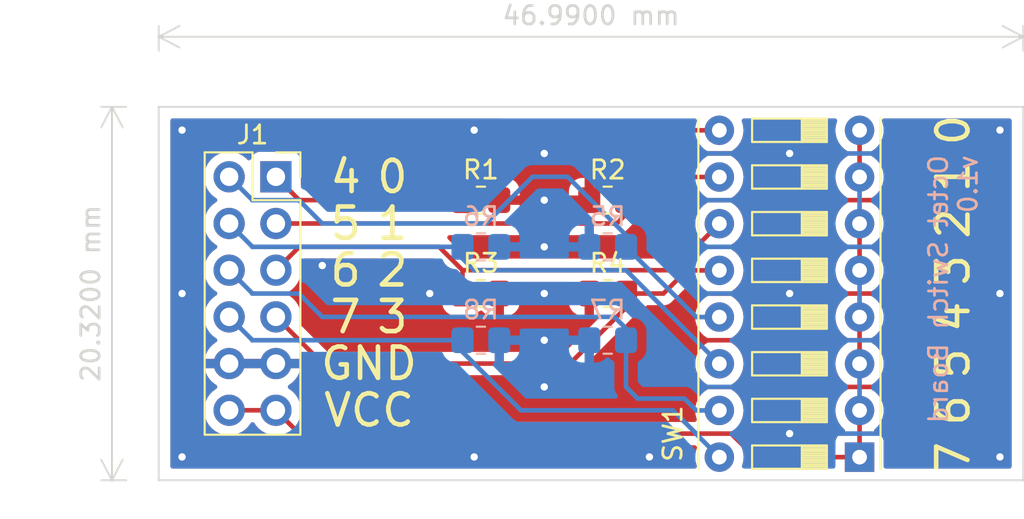
<source format=kicad_pcb>
(kicad_pcb (version 20211014) (generator pcbnew)
  (layers (0 "F.Cu" signal) (31 "B.Cu" signal) (34 "B.Paste" user) (35 "F.Paste" user) (36 "B.SilkS" user "B.Silkscreen") (37 "F.SilkS" user "F.Silkscreen") (38 "B.Mask" user) (39 "F.Mask" user) (44 "Edge.Cuts" user))
  (net 0 "")
  (net 1 "/s0")
  (net 2 "/s1")
  (net 3 "/s2")
  (net 4 "/s3")
  (net 5 "GND")
  (net 6 "VCC")
  (net 7 "/s4")
  (net 8 "/s5")
  (net 9 "/s6")
  (net 10 "/s7")
  (footprint "PrjLibrary:SW_DIP_SPSTx08_Slide_9.78x22.5mm_W7.62mm_P2.54mm_short" (layer "F.Cu") (at 139.69 101.61 180)
    (fp_text reference "SW1" (at 10.15 1.28 90) (layer "F.SilkS"))
    (fp_text value "SW_DIP_x08")
    (fp_line (start 1.78 7.825) (end 3.133333 7.825) (layer "F.SilkS") (width 0.12))
    (fp_line (start 5.84 12.065) (end 1.78 12.065) (layer "F.SilkS") (width 0.12))
    (fp_line (start 1.78 3.105) (end 3.133333 3.105) (layer "F.SilkS") (width 0.12))
    (fp_line (start 1.78 15.565) (end 3.133333 15.565) (layer "F.SilkS") (width 0.12))
    (fp_line (start 1.78 2.265) (end 3.133333 2.265) (layer "F.SilkS") (width 0.12))
    (fp_line (start 1.78 12.305) (end 3.133333 12.305) (layer "F.SilkS") (width 0.12))
    (fp_line (start 1.78 5.165) (end 3.133333 5.165) (layer "F.SilkS") (width 0.12))
    (fp_line (start 1.78 15.325) (end 3.133333 15.325) (layer "F.SilkS") (width 0.12))
    (fp_line (start 1.78 4.685) (end 3.133333 4.685) (layer "F.SilkS") (width 0.12))
    (fp_line (start 1.78 10.245) (end 3.133333 10.245) (layer "F.SilkS") (width 0.12))
    (fp_line (start 1.78 9.525) (end 1.78 10.795) (layer "F.SilkS") (width 0.12))
    (fp_line (start 1.78 2.985) (end 3.133333 2.985) (layer "F.SilkS") (width 0.12))
    (fp_line (start 1.78 18.345) (end 3.133333 18.345) (layer "F.SilkS") (width 0.12))
    (fp_line (start 1.78 0.445) (end 3.133333 0.445) (layer "F.SilkS") (width 0.12))
    (fp_line (start 1.78 14.965) (end 3.133333 14.965) (layer "F.SilkS") (width 0.12))
    (fp_line (start 1.78 13.265) (end 3.133333 13.265) (layer "F.SilkS") (width 0.12))
    (fp_line (start 1.78 15.875) (end 5.84 15.875) (layer "F.SilkS") (width 0.12))
    (fp_line (start 1.78 14.725) (end 3.133333 14.725) (layer "F.SilkS") (width 0.12))
    (fp_line (start 1.78 15.445) (end 3.133333 15.445) (layer "F.SilkS") (width 0.12))
    (fp_line (start 1.78 5.525) (end 3.133333 5.525) (layer "F.SilkS") (width 0.12))
    (fp_line (start 1.78 0.635) (end 5.84 0.635) (layer "F.SilkS") (width 0.12))
    (fp_line (start 1.78 0.325) (end 3.133333 0.325) (layer "F.SilkS") (width 0.12))
    (fp_line (start 1.78 4.805) (end 3.133333 4.805) (layer "F.SilkS") (width 0.12))
    (fp_line (start 1.78 2.745) (end 3.133333 2.745) (layer "F.SilkS") (width 0.12))
    (fp_line (start -1.14 -0.635) (end -1.14 18.415) (layer "F.SilkS") (width 0.12))
    (fp_line (start 1.78 2.625) (end 3.133333 2.625) (layer "F.SilkS") (width 0.12))
    (fp_line (start 1.78 8.255) (end 5.84 8.255) (layer "F.SilkS") (width 0.12))
    (fp_line (start 1.78 17.625) (end 3.133333 17.625) (layer "F.SilkS") (width 0.12))
    (fp_line (start 1.78 10.365) (end 3.133333 10.365) (layer "F.SilkS") (width 0.12))
    (fp_line (start 1.78 -0.155) (end 3.133333 -0.155) (layer "F.SilkS") (width 0.12))
    (fp_line (start 1.78 2.505) (end 3.133333 2.505) (layer "F.SilkS") (width 0.12))
    (fp_line (start 1.78 2.385) (end 3.133333 2.385) (layer "F.SilkS") (width 0.12))
    (fp_line (start 3.133333 -0.635) (end 3.133333 0.635) (layer "F.SilkS") (width 0.12))
    (fp_line (start 1.78 1.905) (end 1.78 3.175) (layer "F.SilkS") (width 0.12))
    (fp_line (start 3.133333 4.445) (end 3.133333 5.715) (layer "F.SilkS") (width 0.12))
    (fp_line (start 5.84 3.175) (end 5.84 1.905) (layer "F.SilkS") (width 0.12))
    (fp_line (start 1.78 17.145) (end 1.78 18.415) (layer "F.SilkS") (width 0.12))
    (fp_line (start 3.133333 1.905) (end 3.133333 3.175) (layer "F.SilkS") (width 0.12))
    (fp_line (start 1.78 15.685) (end 3.133333 15.685) (layer "F.SilkS") (width 0.12))
    (fp_line (start 1.78 9.765) (end 3.133333 9.765) (layer "F.SilkS") (width 0.12))
    (fp_line (start 1.78 17.265) (end 3.133333 17.265) (layer "F.SilkS") (width 0.12))
    (fp_line (start 1.78 7.345) (end 3.133333 7.345) (layer "F.SilkS") (width 0.12))
    (fp_line (start 1.78 17.985) (end 3.133333 17.985) (layer "F.SilkS") (width 0.12))
    (fp_line (start 1.78 17.745) (end 3.133333 17.745) (layer "F.SilkS") (width 0.12))
    (fp_line (start 1.78 7.945) (end 3.133333 7.945) (layer "F.SilkS") (width 0.12))
    (fp_line (start 1.78 10.795) (end 5.84 10.795) (layer "F.SilkS") (width 0.12))
    (fp_line (start 8.76 -0.635) (end 8.76 18.415) (layer "F.SilkS") (width 0.12))
    (fp_line (start 1.78 10.605) (end 3.133333 10.605) (layer "F.SilkS") (width 0.12))
    (fp_line (start 1.78 2.145) (end 3.133333 2.145) (layer "F.SilkS") (width 0.12))
    (fp_line (start 1.78 15.805) (end 3.133333 15.805) (layer "F.SilkS") (width 0.12))
    (fp_line (start 1.78 -0.515) (end 3.133333 -0.515) (layer "F.SilkS") (width 0.12))
    (fp_line (start 1.78 12.545) (end 3.133333 12.545) (layer "F.SilkS") (width 0.12))
    (fp_line (start 5.84 14.605) (end 1.78 14.605) (layer "F.SilkS") (width 0.12))
    (fp_line (start 1.78 5.045) (end 3.133333 5.045) (layer "F.SilkS") (width 0.12))
    (fp_line (start 5.84 9.525) (end 1.78 9.525) (layer "F.SilkS") (width 0.12))
    (fp_line (start 1.78 10.125) (end 3.133333 10.125) (layer "F.SilkS") (width 0.12))
    (fp_line (start 5.84 18.415) (end 5.84 17.145) (layer "F.SilkS") (width 0.12))
    (fp_line (start 1.78 13.145) (end 3.133333 13.145) (layer "F.SilkS") (width 0.12))
    (fp_line (start 1.78 17.505) (end 3.133333 17.505) (layer "F.SilkS") (width 0.12))
    (fp_line (start 1.78 4.565) (end 3.133333 4.565) (layer "F.SilkS") (width 0.12))
    (fp_line (start 1.78 10.485) (end 3.133333 10.485) (layer "F.SilkS") (width 0.12))
    (fp_line (start 5.84 13.335) (end 5.84 12.065) (layer "F.SilkS") (width 0.12))
    (fp_line (start 1.78 15.205) (end 3.133333 15.205) (layer "F.SilkS") (width 0.12))
    (fp_line (start 1.78 10.005) (end 3.133333 10.005) (layer "F.SilkS") (width 0.12))
    (fp_line (start 1.78 12.425) (end 3.133333 12.425) (layer "F.SilkS") (width 0.12))
    (fp_line (start 1.78 12.905) (end 3.133333 12.905) (layer "F.SilkS") (width 0.12))
    (fp_line (start 1.78 5.285) (end 3.133333 5.285) (layer "F.SilkS") (width 0.12))
    (fp_line (start 1.78 5.645) (end 3.133333 5.645) (layer "F.SilkS") (width 0.12))
    (fp_line (start 1.78 4.445) (end 1.78 5.715) (layer "F.SilkS") (width 0.12))
    (fp_line (start 1.78 -0.275) (end 3.133333 -0.275) (layer "F.SilkS") (width 0.12))
    (fp_line (start 1.78 14.845) (end 3.133333 14.845) (layer "F.SilkS") (width 0.12))
    (fp_line (start 1.78 9.885) (end 3.133333 9.885) (layer "F.SilkS") (width 0.12))
    (fp_line (start 1.78 3.175) (end 5.84 3.175) (layer "F.SilkS") (width 0.12))
    (fp_line (start 1.78 4.925) (end 3.133333 4.925) (layer "F.SilkS") (width 0.12))
    (fp_line (start 1.78 2.025) (end 3.133333 2.025) (layer "F.SilkS") (width 0.12))
    (fp_line (start 1.78 7.465) (end 3.133333 7.465) (layer "F.SilkS") (width 0.12))
    (fp_line (start 3.133333 17.145) (end 3.133333 18.415) (layer "F.SilkS") (width 0.12))
    (fp_line (start 1.78 0.205) (end 3.133333 0.205) (layer "F.SilkS") (width 0.12))
    (fp_line (start 3.133333 9.525) (end 3.133333 10.795) (layer "F.SilkS") (width 0.12))
    (fp_line (start 5.84 0.635) (end 5.84 -0.635) (layer "F.SilkS") (width 0.12))
    (fp_line (start 1.78 6.985) (end 1.78 8.255) (layer "F.SilkS") (width 0.12))
    (fp_line (start 5.84 4.445) (end 1.78 4.445) (layer "F.SilkS") (width 0.12))
    (fp_line (start 1.78 10.725) (end 3.133333 10.725) (layer "F.SilkS") (width 0.12))
    (fp_line (start 1.78 13.025) (end 3.133333 13.025) (layer "F.SilkS") (width 0.12))
    (fp_line (start 1.78 5.405) (end 3.133333 5.405) (layer "F.SilkS") (width 0.12))
    (fp_line (start 1.78 8.185) (end 3.133333 8.185) (layer "F.SilkS") (width 0.12))
    (fp_line (start 1.78 17.385) (end 3.133333 17.385) (layer "F.SilkS") (width 0.12))
    (fp_line (start 1.78 -0.035) (end 3.133333 -0.035) (layer "F.SilkS") (width 0.12))
    (fp_line (start 3.133333 12.065) (end 3.133333 13.335) (layer "F.SilkS") (width 0.12))
    (fp_line (start 1.78 -0.395) (end 3.133333 -0.395) (layer "F.SilkS") (width 0.12))
    (fp_line (start 1.78 18.415) (end 5.84 18.415) (layer "F.SilkS") (width 0.12))
    (fp_line (start 1.78 9.645) (end 3.133333 9.645) (layer "F.SilkS") (width 0.12))
    (fp_line (start 1.78 15.085) (end 3.133333 15.085) (layer "F.SilkS") (width 0.12))
    (fp_line (start 1.78 12.065) (end 1.78 13.335) (layer "F.SilkS") (width 0.12))
    (fp_line (start 1.78 12.665) (end 3.133333 12.665) (layer "F.SilkS") (width 0.12))
    (fp_line (start 3.133333 14.605) (end 3.133333 15.875) (layer "F.SilkS") (width 0.12))
    (fp_line (start 1.78 13.335) (end 5.84 13.335) (layer "F.SilkS") (width 0.12))
    (fp_line (start 1.78 7.225) (end 3.133333 7.225) (layer "F.SilkS") (width 0.12))
    (fp_line (start 1.78 2.865) (end 3.133333 2.865) (layer "F.SilkS") (width 0.12))
    (fp_line (start 5.84 5.715) (end 5.84 4.445) (layer "F.SilkS") (width 0.12))
    (fp_line (start 1.78 0.085) (end 3.133333 0.085) (layer "F.SilkS") (width 0.12))
    (fp_line (start 5.84 15.875) (end 5.84 14.605) (layer "F.SilkS") (width 0.12))
    (fp_line (start 1.78 8.065) (end 3.133333 8.065) (layer "F.SilkS") (width 0.12))
    (fp_line (start 5.84 10.795) (end 5.84 9.525) (layer "F.SilkS") (width 0.12))
    (fp_line (start 5.84 17.145) (end 1.78 17.145) (layer "F.SilkS") (width 0.12))
    (fp_line (start 1.78 7.705) (end 3.133333 7.705) (layer "F.SilkS") (width 0.12))
    (fp_line (start 1.78 5.715) (end 5.84 5.715) (layer "F.SilkS") (width 0.12))
    (fp_line (start 1.78 17.865) (end 3.133333 17.865) (layer "F.SilkS") (width 0.12))
    (fp_line (start 3.133333 6.985) (end 3.133333 8.255) (layer "F.SilkS") (width 0.12))
    (fp_line (start 1.78 14.605) (end 1.78 15.875) (layer "F.SilkS") (width 0.12))
    (fp_line (start 1.78 -0.635) (end 1.78 0.635) (layer "F.SilkS") (width 0.12))
    (fp_line (start 1.78 0.565) (end 3.133333 0.565) (layer "F.SilkS") (width 0.12))
    (fp_line (start 5.84 -0.635) (end 1.78 -0.635) (layer "F.SilkS") (width 0.12))
    (fp_line (start 1.78 18.225) (end 3.133333 18.225) (layer "F.SilkS") (width 0.12))
    (fp_line (start 1.78 12.185) (end 3.133333 12.185) (layer "F.SilkS") (width 0.12))
    (fp_line (start 1.78 12.785) (end 3.133333 12.785) (layer "F.SilkS") (width 0.12))
    (fp_line (start 5.84 6.985) (end 1.78 6.985) (layer "F.SilkS") (width 0.12))
    (fp_line (start 1.78 7.105) (end 3.133333 7.105) (layer "F.SilkS") (width 0.12))
    (fp_line (start 1.78 18.105) (end 3.133333 18.105) (layer "F.SilkS") (width 0.12))
    (fp_line (start 1.78 7.585) (end 3.133333 7.585) (layer "F.SilkS") (width 0.12))
    (fp_line (start 5.84 8.255) (end 5.84 6.985) (layer "F.SilkS") (width 0.12))
    (fp_line (start 5.84 1.905) (end 1.78 1.905) (layer "F.SilkS") (width 0.12))
    (pad "1" thru_hole rect (at 0 0 180) (size 1.6 1.6) (drill 0.8) (layers *.Cu *.Mask) (net 6 "VCC"))
    (pad "2" thru_hole oval (at 0 2.54 180) (size 1.6 1.6) (drill 0.8) (layers *.Cu *.Mask) (net 6 "VCC"))
    (pad "3" thru_hole oval (at 0 5.08 180) (size 1.6 1.6) (drill 0.8) (layers *.Cu *.Mask) (net 6 "VCC"))
    (pad "4" thru_hole oval (at 0 7.62 180) (size 1.6 1.6) (drill 0.8) (layers *.Cu *.Mask) (net 6 "VCC"))
    (pad "5" thru_hole oval (at 0 10.16 180) (size 1.6 1.6) (drill 0.8) (layers *.Cu *.Mask) (net 6 "VCC"))
    (pad "6" thru_hole oval (at 0 12.7 180) (size 1.6 1.6) (drill 0.8) (layers *.Cu *.Mask) (net 6 "VCC"))
    (pad "7" thru_hole oval (at 0 15.24 180) (size 1.6 1.6) (drill 0.8) (layers *.Cu *.Mask) (net 6 "VCC"))
    (pad "8" thru_hole oval (at 0 17.78 180) (size 1.6 1.6) (drill 0.8) (layers *.Cu *.Mask) (net 6 "VCC"))
    (pad "9" thru_hole oval (at 7.62 17.78 180) (size 1.6 1.6) (drill 0.8) (layers *.Cu *.Mask) (net 1 "/s0"))
    (pad "10" thru_hole oval (at 7.62 15.24 180) (size 1.6 1.6) (drill 0.8) (layers *.Cu *.Mask) (net 2 "/s1"))
    (pad "11" thru_hole oval (at 7.62 12.7 180) (size 1.6 1.6) (drill 0.8) (layers *.Cu *.Mask) (net 3 "/s2"))
    (pad "12" thru_hole oval (at 7.62 10.16 180) (size 1.6 1.6) (drill 0.8) (layers *.Cu *.Mask) (net 4 "/s3"))
    (pad "13" thru_hole oval (at 7.62 7.62 180) (size 1.6 1.6) (drill 0.8) (layers *.Cu *.Mask) (net 7 "/s4"))
    (pad "14" thru_hole oval (at 7.62 5.08 180) (size 1.6 1.6) (drill 0.8) (layers *.Cu *.Mask) (net 8 "/s5"))
    (pad "15" thru_hole oval (at 7.62 2.54 180) (size 1.6 1.6) (drill 0.8) (layers *.Cu *.Mask) (net 9 "/s6"))
    (pad "16" thru_hole oval (at 7.62 0 180) (size 1.6 1.6) (drill 0.8) (layers *.Cu *.Mask) (net 10 "/s7"))
  )
  (footprint "Resistor_SMD:R_0805_2012Metric_Pad1.20x1.40mm_HandSolder" (layer "F.Cu") (at 119.11 92.71)
    (fp_text reference "R3" (at 0 -1.65) (layer "F.SilkS"))
    (fp_text value "10k")
    (fp_line (start -0.227064 -0.735) (end 0.227064 -0.735) (layer "F.SilkS") (width 0.12))
    (fp_line (start -0.227064 0.735) (end 0.227064 0.735) (layer "F.SilkS") (width 0.12))
    (pad "1" smd roundrect (at -1 0) (size 1.2 1.4) (layers "F.Cu" "F.Paste" "F.Mask") (roundrect_rratio 0.2083333333) (net 3 "/s2"))
    (pad "2" smd roundrect (at 1 0) (size 1.2 1.4) (layers "F.Cu" "F.Paste" "F.Mask") (roundrect_rratio 0.2083333333) (net 5 "GND"))
  )
  (footprint "Resistor_SMD:R_0805_2012Metric_Pad1.20x1.40mm_HandSolder" (layer "F.Cu") (at 119.11 87.63)
    (fp_text reference "R1" (at 0 -1.65) (layer "F.SilkS"))
    (fp_text value "10k")
    (fp_line (start -0.227064 0.735) (end 0.227064 0.735) (layer "F.SilkS") (width 0.12))
    (fp_line (start -0.227064 -0.735) (end 0.227064 -0.735) (layer "F.SilkS") (width 0.12))
    (pad "1" smd roundrect (at -1 0) (size 1.2 1.4) (layers "F.Cu" "F.Paste" "F.Mask") (roundrect_rratio 0.2083333333) (net 1 "/s0"))
    (pad "2" smd roundrect (at 1 0) (size 1.2 1.4) (layers "F.Cu" "F.Paste" "F.Mask") (roundrect_rratio 0.2083333333) (net 5 "GND"))
  )
  (footprint "PrjLibrary:PinSocket_2x06_P2.54mm_Vertical_Top_Bottom" (layer "F.Cu") (at 107.97 86.36)
    (fp_text reference "J1" (at -1.27 -2.286) (layer "F.SilkS"))
    (fp_text value "Conn_02x06_Top_Bottom")
    (fp_line (start -1.27 -1.33) (end -1.27 1.27) (layer "F.SilkS") (width 0.12))
    (fp_line (start 1.33 1.27) (end 1.33 14.03) (layer "F.SilkS") (width 0.12))
    (fp_line (start -3.87 -1.33) (end -3.87 14.03) (layer "F.SilkS") (width 0.12))
    (fp_line (start 0 -1.33) (end 1.33 -1.33) (layer "F.SilkS") (width 0.12))
    (fp_line (start 1.33 -1.33) (end 1.33 0) (layer "F.SilkS") (width 0.12))
    (fp_line (start -3.87 -1.33) (end -1.27 -1.33) (layer "F.SilkS") (width 0.12))
    (fp_line (start -1.27 1.27) (end 1.33 1.27) (layer "F.SilkS") (width 0.12))
    (fp_line (start -3.87 14.03) (end 1.33 14.03) (layer "F.SilkS") (width 0.12))
    (pad "1" thru_hole rect (at 0 0) (size 1.7 1.7) (drill 1) (layers *.Cu *.Mask) (net 1 "/s0"))
    (pad "2" thru_hole oval (at 0 2.54) (size 1.7 1.7) (drill 1) (layers *.Cu *.Mask) (net 2 "/s1"))
    (pad "3" thru_hole oval (at 0 5.08) (size 1.7 1.7) (drill 1) (layers *.Cu *.Mask) (net 3 "/s2"))
    (pad "4" thru_hole oval (at 0 7.62) (size 1.7 1.7) (drill 1) (layers *.Cu *.Mask) (net 4 "/s3"))
    (pad "5" thru_hole oval (at 0 10.16) (size 1.7 1.7) (drill 1) (layers *.Cu *.Mask) (net 5 "GND"))
    (pad "6" thru_hole oval (at 0 12.7) (size 1.7 1.7) (drill 1) (layers *.Cu *.Mask) (net 6 "VCC"))
    (pad "7" thru_hole oval (at -2.54 0) (size 1.7 1.7) (drill 1) (layers *.Cu *.Mask) (net 7 "/s4"))
    (pad "8" thru_hole oval (at -2.54 2.54) (size 1.7 1.7) (drill 1) (layers *.Cu *.Mask) (net 8 "/s5"))
    (pad "9" thru_hole oval (at -2.54 5.08) (size 1.7 1.7) (drill 1) (layers *.Cu *.Mask) (net 9 "/s6"))
    (pad "10" thru_hole oval (at -2.54 7.62) (size 1.7 1.7) (drill 1) (layers *.Cu *.Mask) (net 10 "/s7"))
    (pad "11" thru_hole oval (at -2.54 10.16) (size 1.7 1.7) (drill 1) (layers *.Cu *.Mask) (net 5 "GND"))
    (pad "12" thru_hole oval (at -2.54 12.7) (size 1.7 1.7) (drill 1) (layers *.Cu *.Mask) (net 6 "VCC"))
  )
  (footprint "Resistor_SMD:R_0805_2012Metric_Pad1.20x1.40mm_HandSolder" (layer "F.Cu") (at 126 92.71 180)
    (fp_text reference "R4" (at 0 1.65) (layer "F.SilkS"))
    (fp_text value "10k")
    (fp_line (start -0.227064 0.735) (end 0.227064 0.735) (layer "F.SilkS") (width 0.12))
    (fp_line (start -0.227064 -0.735) (end 0.227064 -0.735) (layer "F.SilkS") (width 0.12))
    (pad "1" smd roundrect (at -1 0 180) (size 1.2 1.4) (layers "F.Cu" "F.Paste" "F.Mask") (roundrect_rratio 0.2083333333) (net 4 "/s3"))
    (pad "2" smd roundrect (at 1 0 180) (size 1.2 1.4) (layers "F.Cu" "F.Paste" "F.Mask") (roundrect_rratio 0.2083333333) (net 5 "GND"))
  )
  (footprint "Resistor_SMD:R_0805_2012Metric_Pad1.20x1.40mm_HandSolder" (layer "F.Cu") (at 126 87.63 180)
    (fp_text reference "R2" (at 0 1.65) (layer "F.SilkS"))
    (fp_text value "10k")
    (fp_line (start -0.227064 0.735) (end 0.227064 0.735) (layer "F.SilkS") (width 0.12))
    (fp_line (start -0.227064 -0.735) (end 0.227064 -0.735) (layer "F.SilkS") (width 0.12))
    (pad "1" smd roundrect (at -1 0 180) (size 1.2 1.4) (layers "F.Cu" "F.Paste" "F.Mask") (roundrect_rratio 0.2083333333) (net 2 "/s1"))
    (pad "2" smd roundrect (at 1 0 180) (size 1.2 1.4) (layers "F.Cu" "F.Paste" "F.Mask") (roundrect_rratio 0.2083333333) (net 5 "GND"))
  )
  (footprint "Resistor_SMD:R_0805_2012Metric_Pad1.20x1.40mm_HandSolder" (layer "B.Cu") (at 119.11 90.17)
    (fp_text reference "R6" (at 0 -1.65) (layer "B.SilkS") (effects (justify mirror)))
    (fp_text value "10k")
    (fp_line (start -0.227064 0.735) (end 0.227064 0.735) (layer "B.SilkS") (width 0.12))
    (fp_line (start -0.227064 -0.735) (end 0.227064 -0.735) (layer "B.SilkS") (width 0.12))
    (pad "1" smd roundrect (at -1 0) (size 1.2 1.4) (layers "B.Cu" "B.Paste" "B.Mask") (roundrect_rratio 0.2083333333) (net 8 "/s5"))
    (pad "2" smd roundrect (at 1 0) (size 1.2 1.4) (layers "B.Cu" "B.Paste" "B.Mask") (roundrect_rratio 0.2083333333) (net 5 "GND"))
  )
  (footprint "Resistor_SMD:R_0805_2012Metric_Pad1.20x1.40mm_HandSolder" (layer "B.Cu") (at 126 95.25 180)
    (fp_text reference "R7" (at 0 1.65) (layer "B.SilkS") (effects (justify mirror)))
    (fp_text value "10k")
    (fp_line (start -0.227064 -0.735) (end 0.227064 -0.735) (layer "B.SilkS") (width 0.12))
    (fp_line (start -0.227064 0.735) (end 0.227064 0.735) (layer "B.SilkS") (width 0.12))
    (pad "1" smd roundrect (at -1 0 180) (size 1.2 1.4) (layers "B.Cu" "B.Paste" "B.Mask") (roundrect_rratio 0.2083333333) (net 9 "/s6"))
    (pad "2" smd roundrect (at 1 0 180) (size 1.2 1.4) (layers "B.Cu" "B.Paste" "B.Mask") (roundrect_rratio 0.2083333333) (net 5 "GND"))
  )
  (footprint "Resistor_SMD:R_0805_2012Metric_Pad1.20x1.40mm_HandSolder" (layer "B.Cu") (at 119.11 95.25)
    (fp_text reference "R8" (at 0 -1.65) (layer "B.SilkS") (effects (justify mirror)))
    (fp_text value "10k")
    (fp_line (start -0.227064 -0.735) (end 0.227064 -0.735) (layer "B.SilkS") (width 0.12))
    (fp_line (start -0.227064 0.735) (end 0.227064 0.735) (layer "B.SilkS") (width 0.12))
    (pad "1" smd roundrect (at -1 0) (size 1.2 1.4) (layers "B.Cu" "B.Paste" "B.Mask") (roundrect_rratio 0.2083333333) (net 10 "/s7"))
    (pad "2" smd roundrect (at 1 0) (size 1.2 1.4) (layers "B.Cu" "B.Paste" "B.Mask") (roundrect_rratio 0.2083333333) (net 5 "GND"))
  )
  (footprint "Resistor_SMD:R_0805_2012Metric_Pad1.20x1.40mm_HandSolder" (layer "B.Cu") (at 126 90.17 180)
    (fp_text reference "R5" (at 0 1.65) (layer "B.SilkS") (effects (justify mirror)))
    (fp_text value "10k")
    (fp_line (start -0.227064 0.735) (end 0.227064 0.735) (layer "B.SilkS") (width 0.12))
    (fp_line (start -0.227064 -0.735) (end 0.227064 -0.735) (layer "B.SilkS") (width 0.12))
    (pad "1" smd roundrect (at -1 0 180) (size 1.2 1.4) (layers "B.Cu" "B.Paste" "B.Mask") (roundrect_rratio 0.2083333333) (net 7 "/s4"))
    (pad "2" smd roundrect (at 1 0 180) (size 1.2 1.4) (layers "B.Cu" "B.Paste" "B.Mask") (roundrect_rratio 0.2083333333) (net 5 "GND"))
  )
  (gr_line (start 148.59 102.87) (end 101.6 102.87) (layer "Edge.Cuts") (width 0.1))
  (gr_line (start 148.59 82.55) (end 148.59 102.87) (layer "Edge.Cuts") (width 0.1))
  (gr_line (start 101.6 82.55) (end 148.59 82.55) (layer "Edge.Cuts") (width 0.1))
  (gr_line (start 101.6 82.55) (end 101.6 102.87) (layer "Edge.Cuts") (width 0.1))
  (gr_text "Octet Switch Board\nv1.0" (at 144.78 85.09 90) (layer "B.SilkS") (effects (font (size 1 1)) (justify left mirror)))
  (gr_text "2" (at 144.78 88.9 90) (layer "F.SilkS") (effects (font (size 1.7 1.7) (thickness 0.25))))
  (gr_text "3" (at 144.78 91.44 90) (layer "F.SilkS") (effects (font (size 1.7 1.7) (thickness 0.25))))
  (gr_text "3" (at 114.3 93.98) (layer "F.SilkS") (effects (font (size 1.7 1.7) (thickness 0.25))))
  (gr_text "GND" (at 113.03 96.52) (layer "F.SilkS") (effects (font (size 1.7 1.7) (thickness 0.25))))
  (gr_text "1" (at 114.3 88.9) (layer "F.SilkS") (effects (font (size 1.7 1.7) (thickness 0.25))))
  (gr_text "6" (at 144.78 99.06 90) (layer "F.SilkS") (effects (font (size 1.7 1.7) (thickness 0.25))))
  (gr_text "1" (at 144.78 86.36 90) (layer "F.SilkS") (effects (font (size 1.7 1.7) (thickness 0.25))))
  (gr_text "4" (at 111.76 86.36) (layer "F.SilkS") (effects (font (size 1.7 1.7) (thickness 0.25))))
  (gr_text "7" (at 144.78 101.6 90) (layer "F.SilkS") (effects (font (size 1.7 1.7) (thickness 0.25))))
  (gr_text "0" (at 114.3 86.36) (layer "F.SilkS") (effects (font (size 1.7 1.7) (thickness 0.25))))
  (gr_text "VCC" (at 113.03 99.06) (layer "F.SilkS") (effects (font (size 1.7 1.7) (thickness 0.25))))
  (gr_text "4" (at 144.78 93.98 90) (layer "F.SilkS") (effects (font (size 1.7 1.7) (thickness 0.25))))
  (gr_text "5" (at 144.78 96.52 90) (layer "F.SilkS") (effects (font (size 1.7 1.7) (thickness 0.25))))
  (gr_text "2" (at 114.3 91.44) (layer "F.SilkS") (effects (font (size 1.7 1.7) (thickness 0.25))))
  (gr_text "6" (at 111.76 91.44) (layer "F.SilkS") (effects (font (size 1.7 1.7) (thickness 0.25))))
  (gr_text "5" (at 111.76 88.9) (layer "F.SilkS") (effects (font (size 1.7 1.7) (thickness 0.25))))
  (gr_text "7" (at 111.76 93.98) (layer "F.SilkS") (effects (font (size 1.7 1.7) (thickness 0.25))))
  (gr_text "0" (at 144.78 83.82 90) (layer "F.SilkS") (effects (font (size 1.7 1.7) (thickness 0.25))))
  (dimension (type aligned) (layer "Edge.Cuts") (pts (xy 101.6 80.01) (xy 148.59 80.01)) (height -1.27) (gr_text "46.9900 mm" (at 125.095 77.59) (layer "Edge.Cuts") (effects (font (size 1 1) (thickness 0.15)))) (format (units 3) (units_format 1) (precision 4)) (style (thickness 0.1) (arrow_length 1.27) (text_position_mode 0) (extension_height 0.58642) (extension_offset 0.5) keep_text_aligned))
  (dimension (type aligned) (layer "Edge.Cuts") (pts (xy 100.33 82.55) (xy 100.33 102.87)) (height 1.27) (gr_text "20.3200 mm" (at 97.91 92.71 90) (layer "Edge.Cuts") (effects (font (size 1 1) (thickness 0.15)))) (format (units 3) (units_format 1) (precision 4)) (style (thickness 0.1) (arrow_length 1.27) (text_position_mode 0) (extension_height 0.58642) (extension_offset 0.5) keep_text_aligned))
  (segment (start 118.11 86.36) (end 120.64 83.83) (width 0.25) (layer "F.Cu") (net 1))
  (segment (start 107.97 86.36) (end 109.24 87.63) (width 0.25) (layer "F.Cu") (net 1))
  (segment (start 120.64 83.83) (end 132.07 83.83) (width 0.25) (layer "F.Cu") (net 1))
  (segment (start 109.24 87.63) (end 118.11 87.63) (width 0.25) (layer "F.Cu") (net 1))
  (segment (start 118.11 86.36) (end 118.11 87.63) (width 0.25) (layer "F.Cu") (net 1))
  (segment (start 127 87.63) (end 127 88.392) (width 0.25) (layer "F.Cu") (net 2))
  (segment (start 126.492 88.9) (end 107.97 88.9) (width 0.25) (layer "F.Cu") (net 2))
  (segment (start 127 88.392) (end 126.492 88.9) (width 0.25) (layer "F.Cu") (net 2))
  (segment (start 132.07 86.37) (end 128.26 86.37) (width 0.25) (layer "F.Cu") (net 2))
  (segment (start 128.26 86.37) (end 127 87.63) (width 0.25) (layer "F.Cu") (net 2))
  (segment (start 132.07 88.91) (end 129.54 91.44) (width 0.25) (layer "F.Cu") (net 3))
  (segment (start 129.54 91.44) (end 118.11 91.44) (width 0.25) (layer "F.Cu") (net 3))
  (segment (start 109.24 90.17) (end 116.84 90.17) (width 0.25) (layer "F.Cu") (net 3))
  (segment (start 118.11 91.44) (end 118.11 92.71) (width 0.25) (layer "F.Cu") (net 3))
  (segment (start 116.84 90.17) (end 118.11 91.44) (width 0.25) (layer "F.Cu") (net 3))
  (segment (start 107.97 91.44) (end 109.24 90.17) (width 0.25) (layer "F.Cu") (net 3))
  (segment (start 123.952 96.52) (end 110.51 96.52) (width 0.25) (layer "F.Cu") (net 4))
  (segment (start 130.292 91.45) (end 129.032 92.71) (width 0.25) (layer "F.Cu") (net 4))
  (segment (start 132.07 91.45) (end 130.292 91.45) (width 0.25) (layer "F.Cu") (net 4))
  (segment (start 110.51 96.52) (end 107.97 93.98) (width 0.25) (layer "F.Cu") (net 4))
  (segment (start 127 93.472) (end 123.952 96.52) (width 0.25) (layer "F.Cu") (net 4))
  (segment (start 129.032 92.71) (end 127 92.71) (width 0.25) (layer "F.Cu") (net 4))
  (segment (start 127 92.71) (end 127 93.472) (width 0.25) (layer "F.Cu") (net 4))
  (segment (start 134.366 87.63) (end 129.794 87.63) (width 0.25) (layer "F.Cu") (net 5))
  (segment (start 137.795 97.79) (end 142.24 97.79) (width 0.25) (layer "F.Cu") (net 5))
  (segment (start 133.985 95.25) (end 136.525 97.79) (width 0.25) (layer "F.Cu") (net 5))
  (segment (start 135.763 86.233) (end 137.16 87.63) (width 0.25) (layer "F.Cu") (net 5))
  (segment (start 134.62 85.09) (end 135.763 86.233) (width 0.25) (layer "F.Cu") (net 5))
  (segment (start 130.81 95.25) (end 133.985 95.25) (width 0.25) (layer "F.Cu") (net 5))
  (segment (start 136.525 97.79) (end 137.795 97.79) (width 0.25) (layer "F.Cu") (net 5))
  (segment (start 128.905 97.79) (end 130.175 96.52) (width 0.25) (layer "F.Cu") (net 5))
  (segment (start 135.763 86.233) (end 134.366 87.63) (width 0.25) (layer "F.Cu") (net 5))
  (segment (start 137.795 97.79) (end 137.795 92.71) (width 0.25) (layer "F.Cu") (net 5))
  (segment (start 129.54 85.09) (end 134.62 85.09) (width 0.25) (layer "F.Cu") (net 5))
  (segment (start 130.175 95.885) (end 130.81 95.25) (width 0.25) (layer "F.Cu") (net 5))
  (segment (start 128.905 97.79) (end 133.985 97.79) (width 0.25) (layer "F.Cu") (net 5))
  (segment (start 122.555 97.79) (end 128.905 97.79) (width 0.25) (layer "F.Cu") (net 5))
  (segment (start 130.175 96.52) (end 130.175 95.885) (width 0.25) (layer "F.Cu") (net 5))
  (segment (start 137.16 87.63) (end 142.24 87.63) (width 0.25) (layer "F.Cu") (net 5))
  (segment (start 135.89 92.71) (end 130.81 92.71) (width 0.25) (layer "F.Cu") (net 5))
  (segment (start 137.795 92.71) (end 142.24 92.71) (width 0.25) (layer "F.Cu") (net 5))
  (segment (start 130.81 92.71) (end 129.794 93.726) (width 0.25) (layer "F.Cu") (net 5))
  (via (at 102.87 83.82) (size 0.8) (drill 0.4) (layers "F.Cu" "B.Cu") (net 5))
  (via (at 116.332 92.71) (size 0.8) (drill 0.4) (layers "F.Cu" "B.Cu") (net 5))
  (via (at 122.555 95.25) (size 0.8) (drill 0.4) (layers "F.Cu" "B.Cu") (net 5))
  (via (at 147.32 92.71) (size 0.8) (drill 0.4) (layers "F.Cu" "B.Cu") (net 5))
  (via (at 122.555 97.79) (size 0.8) (drill 0.4) (layers "F.Cu" "B.Cu") (net 5))
  (via (at 122.555 87.63) (size 0.8) (drill 0.4) (layers "F.Cu" "B.Cu") (net 5))
  (via (at 102.87 101.6) (size 0.8) (drill 0.4) (layers "F.Cu" "B.Cu") (net 5))
  (via (at 102.87 92.71) (size 0.8) (drill 0.4) (layers "F.Cu" "B.Cu") (net 5))
  (via (at 122.555 92.71) (size 0.8) (drill 0.4) (layers "F.Cu" "B.Cu") (net 5))
  (via (at 122.555 85.09) (size 0.8) (drill 0.4) (layers "F.Cu" "B.Cu") (net 5))
  (via (at 118.745 101.6) (size 0.8) (drill 0.4) (layers "F.Cu" "B.Cu") (net 5))
  (via (at 110.49 91.186) (size 0.8) (drill 0.4) (layers "F.Cu" "B.Cu") (net 5))
  (via (at 147.32 101.6) (size 0.8) (drill 0.4) (layers "F.Cu" "B.Cu") (net 5))
  (via (at 122.555 90.17) (size 0.8) (drill 0.4) (layers "F.Cu" "B.Cu") (net 5))
  (via (at 118.745 83.82) (size 0.8) (drill 0.4) (layers "F.Cu" "B.Cu") (net 5))
  (via (at 135.89 85.09) (size 0.8) (drill 0.4) (layers "F.Cu" "B.Cu") (net 5))
  (via (at 135.89 100.33) (size 0.8) (drill 0.4) (layers "F.Cu" "B.Cu") (net 5))
  (via (at 147.32 83.82) (size 0.8) (drill 0.4) (layers "F.Cu" "B.Cu") (net 5))
  (via (at 128.27 101.6) (size 0.8) (drill 0.4) (layers "F.Cu" "B.Cu") (net 5))
  (via (at 135.89 92.71) (size 0.8) (drill 0.4) (layers "F.Cu" "B.Cu") (net 5))
  (segment (start 131.064 97.79) (end 129.794 96.52) (width 0.25) (layer "B.Cu") (net 5))
  (segment (start 129.54 85.09) (end 134.112 85.09) (width 0.25) (layer "B.Cu") (net 5))
  (segment (start 129.54 87.63) (end 134.62 87.63) (width 0.25) (layer "B.Cu") (net 5))
  (segment (start 134.747 87.503) (end 137.16 89.916) (width 0.25) (layer "B.Cu") (net 5))
  (segment (start 135.89 92.71) (end 131.064 92.71) (width 0.25) (layer "B.Cu") (net 5))
  (segment (start 135.89 92.71) (end 135.89 96.774) (width 0.25) (layer "B.Cu") (net 5))
  (segment (start 134.62 87.63) (end 134.747 87.503) (width 0.25) (layer "B.Cu") (net 5))
  (segment (start 137.16 92.71) (end 137.16 95.25) (width 0.25) (layer "B.Cu") (net 5))
  (segment (start 137.16 90.17) (end 142.24 90.17) (width 0.25) (layer "B.Cu") (net 5))
  (segment (start 134.874 97.79) (end 131.064 97.79) (width 0.25) (layer "B.Cu") (net 5))
  (segment (start 134.747 87.503) (end 137.16 85.09) (width 0.25) (layer "B.Cu") (net 5))
  (segment (start 135.89 96.774) (end 134.874 97.79) (width 0.25) (layer "B.Cu") (net 5))
  (segment (start 130.175 90.17) (end 137.16 90.17) (width 0.25) (layer "B.Cu") (net 5))
  (segment (start 137.16 100.33) (end 142.24 100.33) (width 0.25) (layer "B.Cu") (net 5))
  (segment (start 137.16 90.17) (end 137.16 92.71) (width 0.25) (layer "B.Cu") (net 5))
  (segment (start 137.16 95.25) (end 137.16 100.33) (width 0.25) (layer "B.Cu") (net 5))
  (segment (start 135.89 92.71) (end 137.16 92.71) (width 0.25) (layer "B.Cu") (net 5))
  (segment (start 137.16 89.916) (end 137.16 90.17) (width 0.25) (layer "B.Cu") (net 5))
  (segment (start 137.16 95.25) (end 142.24 95.25) (width 0.25) (layer "B.Cu") (net 5))
  (segment (start 137.16 85.09) (end 142.24 85.09) (width 0.25) (layer "B.Cu") (net 5))
  (segment (start 131.064 92.71) (end 130.048 91.694) (width 0.25) (layer "B.Cu") (net 5))
  (segment (start 139.69 86.37) (end 139.69 83.83) (width 0.25) (layer "F.Cu") (net 6))
  (segment (start 139.69 101.61) (end 133.995 101.61) (width 0.25) (layer "F.Cu") (net 6))
  (segment (start 139.69 96.53) (end 139.69 93.99) (width 0.25) (layer "F.Cu") (net 6))
  (segment (start 105.43 99.06) (end 107.97 99.06) (width 0.25) (layer "F.Cu") (net 6))
  (segment (start 109.22 100.31) (end 109.22 100.33) (width 0.25) (layer "F.Cu") (net 6))
  (segment (start 107.97 99.06) (end 109.22 100.31) (width 0.25) (layer "F.Cu") (net 6))
  (segment (start 139.69 91.45) (end 139.69 88.91) (width 0.25) (layer "F.Cu") (net 6))
  (segment (start 109.22 100.33) (end 132.715 100.33) (width 0.25) (layer "F.Cu") (net 6))
  (segment (start 139.69 99.07) (end 139.69 101.61) (width 0.25) (layer "F.Cu") (net 6))
  (segment (start 133.995 101.61) (end 132.715 100.33) (width 0.25) (layer "F.Cu") (net 6))
  (segment (start 139.69 88.91) (end 139.69 86.37) (width 0.25) (layer "B.Cu") (net 6))
  (segment (start 139.69 93.99) (end 139.69 91.45) (width 0.25) (layer "B.Cu") (net 6))
  (segment (start 139.69 99.07) (end 139.69 96.53) (width 0.25) (layer "B.Cu") (net 6))
  (segment (start 123.825 86.36) (end 121.92 86.36) (width 0.25) (layer "B.Cu") (net 7))
  (segment (start 127 90.17) (end 130.82 93.99) (width 0.25) (layer "B.Cu") (net 7))
  (segment (start 109.22 87.63) (end 110.49 88.9) (width 0.25) (layer "B.Cu") (net 7))
  (segment (start 106.68 87.61) (end 105.43 86.36) (width 0.25) (layer "B.Cu") (net 7))
  (segment (start 109.22 87.63) (end 106.68 87.63) (width 0.25) (layer "B.Cu") (net 7))
  (segment (start 119.38 88.9) (end 121.92 86.36) (width 0.25) (layer "B.Cu") (net 7))
  (segment (start 127 89.535) (end 123.825 86.36) (width 0.25) (layer "B.Cu") (net 7))
  (segment (start 106.68 87.63) (end 106.68 87.61) (width 0.25) (layer "B.Cu") (net 7))
  (segment (start 130.82 93.99) (end 132.07 93.99) (width 0.25) (layer "B.Cu") (net 7))
  (segment (start 127 90.17) (end 127 89.535) (width 0.25) (layer "B.Cu") (net 7))
  (segment (start 110.49 88.9) (end 119.38 88.9) (width 0.25) (layer "B.Cu") (net 7))
  (segment (start 118.11 90.805) (end 118.745 91.44) (width 0.25) (layer "B.Cu") (net 8))
  (segment (start 118.11 90.17) (end 118.11 90.805) (width 0.25) (layer "B.Cu") (net 8))
  (segment (start 105.43 88.9) (end 106.68 90.15) (width 0.25) (layer "B.Cu") (net 8))
  (segment (start 128.27 92.71) (end 128.27 92.73) (width 0.25) (layer "B.Cu") (net 8))
  (segment (start 118.745 91.44) (end 127 91.44) (width 0.25) (layer "B.Cu") (net 8))
  (segment (start 106.68 90.17) (end 109.22 90.17) (width 0.25) (layer "B.Cu") (net 8))
  (segment (start 109.22 90.17) (end 118.11 90.17) (width 0.25) (layer "B.Cu") (net 8))
  (segment (start 128.27 92.71) (end 127 91.44) (width 0.25) (layer "B.Cu") (net 8))
  (segment (start 128.27 92.73) (end 132.07 96.53) (width 0.25) (layer "B.Cu") (net 8))
  (segment (start 106.68 90.15) (end 106.68 90.17) (width 0.25) (layer "B.Cu") (net 8))
  (segment (start 106.68 92.69) (end 105.43 91.44) (width 0.25) (layer "B.Cu") (net 9))
  (segment (start 127.635 98.425) (end 130.175 98.425) (width 0.25) (layer "B.Cu") (net 9))
  (segment (start 127 94.615) (end 126.365 93.98) (width 0.25) (layer "B.Cu") (net 9))
  (segment (start 109.22 92.71) (end 106.68 92.71) (width 0.25) (layer "B.Cu") (net 9))
  (segment (start 127 95.25) (end 127 97.79) (width 0.25) (layer "B.Cu") (net 9))
  (segment (start 127 95.25) (end 127 94.615) (width 0.25) (layer "B.Cu") (net 9))
  (segment (start 130.175 98.425) (end 130.82 99.07) (width 0.25) (layer "B.Cu") (net 9))
  (segment (start 106.68 92.71) (end 106.68 92.69) (width 0.25) (layer "B.Cu") (net 9))
  (segment (start 130.82 99.07) (end 132.07 99.07) (width 0.25) (layer "B.Cu") (net 9))
  (segment (start 127 97.79) (end 127.635 98.425) (width 0.25) (layer "B.Cu") (net 9))
  (segment (start 126.365 93.98) (end 110.49 93.98) (width 0.25) (layer "B.Cu") (net 9))
  (segment (start 110.49 93.98) (end 109.22 92.71) (width 0.25) (layer "B.Cu") (net 9))
  (segment (start 130.81 100.33) (end 130.81 100.35) (width 0.25) (layer "B.Cu") (net 10))
  (segment (start 118.11 95.885) (end 121.285 99.06) (width 0.25) (layer "B.Cu") (net 10))
  (segment (start 106.68 95.25) (end 118.11 95.25) (width 0.25) (layer "B.Cu") (net 10))
  (segment (start 129.54 99.06) (end 130.81 100.33) (width 0.25) (layer "B.Cu") (net 10))
  (segment (start 121.285 99.06) (end 129.54 99.06) (width 0.25) (layer "B.Cu") (net 10))
  (segment (start 118.11 95.25) (end 118.11 95.885) (width 0.25) (layer "B.Cu") (net 10))
  (segment (start 105.43 93.98) (end 106.68 95.23) (width 0.25) (layer "B.Cu") (net 10))
  (segment (start 106.68 95.23) (end 106.68 95.25) (width 0.25) (layer "B.Cu") (net 10))
  (segment (start 130.81 100.35) (end 132.07 101.61) (width 0.25) (layer "B.Cu") (net 10))
  (zone (net 5) (net_name "GND") (layer "F.Cu") (connect_pads (clearance 0.508)) (min_thickness 0.254) (fill yes (thermal_gap 0.508) (thermal_bridge_width 0.508))
    (polygon (pts (xy 147.955 102.235) (xy 102.235 102.235) (xy 102.235 83.185) (xy 147.955 83.185)))
  )
  (zone (net 5) (net_name "GND") (layer "B.Cu") (connect_pads (clearance 0.508)) (min_thickness 0.254) (fill yes (thermal_gap 0.508) (thermal_bridge_width 0.508))
    (polygon (pts (xy 147.955 102.235) (xy 102.235 102.235) (xy 102.235 83.185) (xy 147.955 83.185)))
  )
)
</source>
